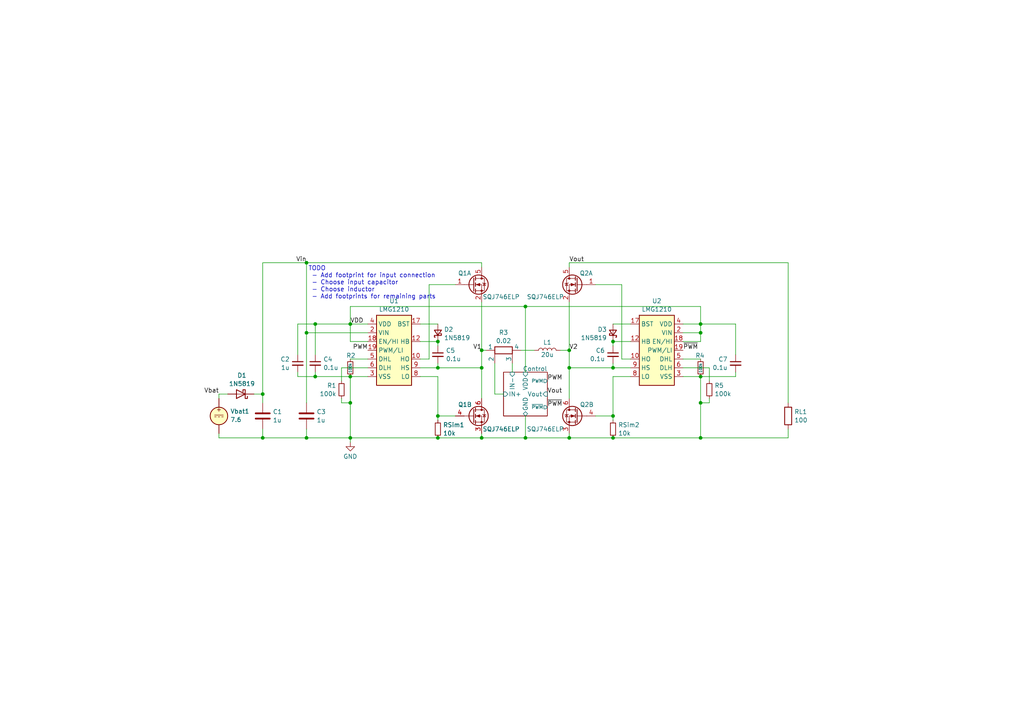
<source format=kicad_sch>
(kicad_sch (version 20240819) (generator "eeschema") (generator_version "8.99")
  (paper "A4")
  (lib_symbols
    (symbol "Device:C" (pin_numbers hide) (pin_names (offset 0.254))
      (property "Reference" "C" (at 0.635 2.54 0))
      (property "Value" "C" (at 0.635 -2.54 0))
      (symbol "C_0_1"
        (polyline (pts (xy -2.032 0.762) (xy 2.032 0.762)) (stroke (width 0.508)))
        (polyline (pts (xy -2.032 -0.762) (xy 2.032 -0.762)) (stroke (width 0.508)))
      )
      (symbol "C_1_1"
        (pin passive line (at 0 3.81 270) (length 2.794) (name "~") (number "1"))
        (pin passive line (at 0 -3.81 90) (length 2.794) (name "~") (number "2"))
      )
    )
    (symbol "Device:C_Small" (pin_numbers hide) (pin_names (offset 0.254) hide)
      (property "Reference" "C" (at 0.254 1.778 0))
      (property "Value" "C_Small" (at 0.254 -2.032 0))
      (symbol "C_Small_0_1"
        (polyline (pts (xy -1.524 0.508) (xy 1.524 0.508)) (stroke (width 0.3048)))
        (polyline (pts (xy -1.524 -0.508) (xy 1.524 -0.508)) (stroke (width 0.3302)))
      )
      (symbol "C_Small_1_1"
        (pin passive line (at 0 2.54 270) (length 2.032) (name "~") (number "1"))
        (pin passive line (at 0 -2.54 90) (length 2.032) (name "~") (number "2"))
      )
    )
    (symbol "Device:D_Schottky" (pin_numbers hide) (pin_names (offset 1.016) hide)
      (property "Reference" "D" (at 0 2.54 0))
      (property "Value" "D_Schottky" (at 0 -2.54 0))
      (symbol "D_Schottky_0_1"
        (polyline (pts (xy -1.905 0.635) (xy -1.905 1.27) (xy -1.27 1.27) (xy -1.27 -1.27) (xy -0.635 -1.27) (xy -0.635 -0.635)) (stroke (width 0.254)))
        (polyline (pts (xy 1.27 1.27) (xy 1.27 -1.27) (xy -1.27 0) (xy 1.27 1.27)) (stroke (width 0.254)))
        (polyline (pts (xy 1.27 0) (xy -1.27 0)))
      )
      (symbol "D_Schottky_1_1"
        (pin passive line (at -3.81 0 0) (length 2.54) (name "K") (number "1"))
        (pin passive line (at 3.81 0 180) (length 2.54) (name "A") (number "2"))
      )
    )
    (symbol "Device:D_Schottky_Small" (pin_numbers hide) (pin_names (offset 0.254) hide)
      (property "Reference" "D" (at -1.27 2.032 0))
      (property "Value" "D_Schottky_Small" (at -7.112 -2.032 0))
      (symbol "D_Schottky_Small_0_1"
        (polyline (pts (xy -1.27 0.762) (xy -1.27 1.016) (xy -0.762 1.016) (xy -0.762 -1.016) (xy -0.254 -1.016) (xy -0.254 -0.762)) (stroke (width 0.254)))
        (polyline (pts (xy -0.762 0) (xy 0.762 0)))
        (polyline (pts (xy 0.762 -1.016) (xy -0.762 0) (xy 0.762 1.016) (xy 0.762 -1.016)) (stroke (width 0.254)))
      )
      (symbol "D_Schottky_Small_1_1"
        (pin passive line (at -2.54 0 0) (length 1.778) (name "K") (number "1"))
        (pin passive line (at 2.54 0 180) (length 1.778) (name "A") (number "2"))
      )
    )
    (symbol "Device:L" (pin_numbers hide) (pin_names (offset 1.016) hide)
      (property "Reference" "L" (at -1.27 0 90))
      (property "Value" "L" (at 1.905 0 90))
      (symbol "L_0_1"
        (arc (start 0 2.54) (mid 0.6323 1.905) (end 0 1.27))
        (arc (start 0 1.27) (mid 0.6323 0.635) (end 0 0))
        (arc (start 0 0) (mid 0.6323 -0.635) (end 0 -1.27))
        (arc (start 0 -1.27) (mid 0.6323 -1.905) (end 0 -2.54))
      )
      (symbol "L_1_1"
        (pin passive line (at 0 3.81 270) (length 1.27) (name "1") (number "1"))
        (pin passive line (at 0 -3.81 90) (length 1.27) (name "2") (number "2"))
      )
    )
    (symbol "Device:R" (pin_numbers hide) (pin_names (offset 0))
      (property "Reference" "R" (at 2.032 0 90))
      (property "Value" "R" (at 0 0 90))
      (symbol "R_0_1"
        (rectangle (start -1.016 -2.54) (end 1.016 2.54) (stroke (width 0.254)))
      )
      (symbol "R_1_1"
        (pin passive line (at 0 3.81 270) (length 1.27) (name "~") (number "1"))
        (pin passive line (at 0 -3.81 90) (length 1.27) (name "~") (number "2"))
      )
    )
    (symbol "Device:R_Shunt" (pin_numbers hide) (pin_names (offset 0))
      (property "Reference" "R" (at -4.445 0 90))
      (property "Value" "R_Shunt" (at -2.54 0 90))
      (symbol "R_Shunt_0_1"
        (rectangle (start -1.016 -2.54) (end 1.016 2.54) (stroke (width 0.254)))
        (polyline (pts (xy 0 -2.54) (xy 1.27 -2.54)))
        (polyline (pts (xy 1.27 2.54) (xy 0 2.54)))
      )
      (symbol "R_Shunt_1_1"
        (pin passive line (at 0 5.08 270) (length 2.54) (name "1") (number "1"))
        (pin passive line (at 0 -5.08 90) (length 2.54) (name "4") (number "4"))
        (pin passive line (at 3.81 2.54 180) (length 2.54) (name "2") (number "2"))
        (pin passive line (at 3.81 -2.54 180) (length 2.54) (name "3") (number "3"))
      )
    )
    (symbol "Device:R_Small" (pin_numbers hide) (pin_names (offset 0.254) hide)
      (property "Reference" "R" (at 0.762 0.508 0))
      (property "Value" "R_Small" (at 0.762 -1.016 0))
      (symbol "R_Small_0_1"
        (rectangle (start -0.762 1.778) (end 0.762 -1.778) (stroke (width 0.2032)))
      )
      (symbol "R_Small_1_1"
        (pin passive line (at 0 2.54 270) (length 0.762) (name "~") (number "1"))
        (pin passive line (at 0 -2.54 90) (length 0.762) (name "~") (number "2"))
      )
    )
    (symbol "Simulation_SPICE:VDC" (pin_numbers hide) (pin_names (offset 0.0254))
      (property "Reference" "V" (at 2.54 2.54 0))
      (property "Value" "1" (at 2.54 0 0))
      (symbol "VDC_0_0"
        (polyline (pts (xy -1.27 0.254) (xy 1.27 0.254)))
        (polyline (pts (xy -0.762 -0.254) (xy -1.27 -0.254)))
        (polyline (pts (xy 0.254 -0.254) (xy -0.254 -0.254)))
        (polyline (pts (xy 1.27 -0.254) (xy 0.762 -0.254)))
        (text "+" (at 0 1.905 0) (effects (font (size 1.27 1.27))))
      )
      (symbol "VDC_0_1"
        (circle (center 0 0) (radius 2.54) (stroke (width 0.254)) (fill (type background)))
      )
      (symbol "VDC_1_1"
        (pin passive line (at 0 5.08 270) (length 2.54) (name "~") (number "1"))
        (pin passive line (at 0 -5.08 90) (length 2.54) (name "~") (number "2"))
      )
    )
    (symbol "pid-boost:LMG1210"
      (property "Reference" "U" (at 0 13.97 0))
      (property "Value" "LMG1210" (at 0 11.43 0))
      (symbol "LMG1210_0_1"
        (rectangle (start -5.08 -10.16) (end 5.08 10.16) (stroke (width 0.254)) (fill (type background)))
      )
      (symbol "LMG1210_1_1"
        (pin power_in line (at -7.62 7.62 0) (length 2.54) (name "VDD") (number "4"))
        (pin power_in line (at -7.62 5.08 0) (length 2.54) (name "VIN") (number "2"))
        (pin input line (at -7.62 2.54 0) (length 2.54) (name "EN/HI") (number "18"))
        (pin input line (at -7.62 0 0) (length 2.54) (name "PWM/LI") (number "19"))
        (pin input line (at -7.62 -2.54 0) (length 2.54) (name "DHL") (number "5"))
        (pin input line (at -7.62 -5.08 0) (length 2.54) (name "DLH") (number "6"))
        (pin power_in line (at -7.62 -7.62 0) (length 2.54) (name "VSS") (number "3"))
        (pin passive line (at -7.62 -7.62 0) (length 2.54) hide (name "VSS") (number "7"))
        (pin output line (at 7.62 7.62 180) (length 2.54) (name "BST") (number "17"))
        (pin passive line (at 7.62 2.54 180) (length 2.54) (name "HB") (number "12"))
        (pin output line (at 7.62 -2.54 180) (length 2.54) (name "HO") (number "10"))
        (pin passive line (at 7.62 -5.08 180) (length 2.54) hide (name "HS") (number "13"))
        (pin passive line (at 7.62 -5.08 180) (length 2.54) hide (name "HS") (number "16"))
        (pin passive line (at 7.62 -5.08 180) (length 2.54) (name "HS") (number "9"))
        (pin output line (at 7.62 -7.62 180) (length 2.54) (name "LO") (number "8"))
      )
    )
    (symbol "pid-boost:SQJ746ELP" (pin_names hide)
      (property "Reference" "Q" (at 5.08 1.905 0))
      (property "Value" "SQJ746ELP" (at 5.08 0 0))
      (symbol "SQJ746ELP_0_1"
        (polyline (pts (xy 0.254 1.905) (xy 0.254 -1.905)) (stroke (width 0.254)))
        (polyline (pts (xy 0.254 0) (xy -2.54 0)))
        (polyline (pts (xy 0.762 2.286) (xy 0.762 1.27)) (stroke (width 0.254)))
        (polyline (pts (xy 0.762 0.508) (xy 0.762 -0.508)) (stroke (width 0.254)))
        (polyline (pts (xy 0.762 -1.27) (xy 0.762 -2.286)) (stroke (width 0.254)))
        (polyline (pts (xy 0.762 -1.778) (xy 3.302 -1.778) (xy 3.302 1.778) (xy 0.762 1.778)))
        (polyline (pts (xy 1.016 0) (xy 2.032 0.381) (xy 2.032 -0.381) (xy 1.016 0)) (fill (type outline)))
        (circle (center 1.651 0) (radius 2.794) (stroke (width 0.254)))
        (polyline (pts (xy 2.54 2.54) (xy 2.54 1.778)))
        (circle (center 2.54 1.778) (radius 0.254) (fill (type outline)))
        (circle (center 2.54 -1.778) (radius 0.254) (fill (type outline)))
        (polyline (pts (xy 2.54 -2.54) (xy 2.54 0) (xy 0.762 0)))
        (polyline (pts (xy 2.794 0.508) (xy 2.921 0.381) (xy 3.683 0.381) (xy 3.81 0.254)))
        (polyline (pts (xy 3.302 0.381) (xy 2.921 -0.254) (xy 3.683 -0.254) (xy 3.302 0.381)))
      )
      (symbol "SQJ746ELP_1_1"
        (pin passive line (at -5.08 0 0) (length 2.54) (name "G1") (number "1"))
        (pin passive line (at 2.54 5.08 270) (length 2.54) (name "D1") (number "5"))
        (pin passive line (at 2.54 -5.08 90) (length 2.54) (name "S1") (number "2"))
      )
      (symbol "SQJ746ELP_2_1"
        (pin passive line (at -5.08 0 0) (length 2.54) (name "G2") (number "4"))
        (pin passive line (at 2.54 5.08 270) (length 2.54) (name "D2") (number "6"))
        (pin passive line (at 2.54 -5.08 90) (length 2.54) (name "S2") (number "3"))
      )
    )
    (symbol "power:GND" (power) (pin_numbers hide) (pin_names (offset 0) hide)
      (property "Value" "GND" (at 0 -3.81 0))
      (symbol "GND_0_1"
        (polyline (pts (xy 0 0) (xy 0 -1.27) (xy 1.27 -1.27) (xy 0 -2.54) (xy -1.27 -1.27) (xy 0 -1.27)))
      )
      (symbol "GND_1_1"
        (pin power_in line (at 0 0 270) (length 0) (name "~") (number "1"))
      )
    )
  )
  (text "TODO\n - Add footprint for input connection\n - Choose input capacitor\n - Choose inductor\n - Add footprints for remaining parts" (at 89.408 82.042 0) (effects (font (size 1.27 1.27)) (justify left)))
  (junction (at 88.9 96.52))
  (junction (at 203.2 96.52))
  (junction (at 76.2 114.3))
  (junction (at 165.1 101.6))
  (junction (at 101.6 116.84))
  (junction (at 177.8 127))
  (junction (at 91.44 93.98))
  (junction (at 177.8 99.06))
  (junction (at 203.2 116.84))
  (junction (at 139.7 101.6))
  (junction (at 152.4 127))
  (junction (at 101.6 109.22))
  (junction (at 127 127))
  (junction (at 203.2 109.22))
  (junction (at 139.7 127))
  (junction (at 203.2 93.98))
  (junction (at 88.9 127))
  (junction (at 76.2 127))
  (junction (at 88.9 76.2))
  (junction (at 101.6 127))
  (junction (at 139.7 106.68))
  (junction (at 91.44 109.22))
  (junction (at 177.8 120.65))
  (junction (at 152.4 88.9))
  (junction (at 165.1 127))
  (junction (at 203.2 127))
  (junction (at 127 120.65))
  (junction (at 127 106.68))
  (junction (at 177.8 106.68))
  (junction (at 127 99.06))
  (junction (at 165.1 106.68))
  (junction (at 101.6 93.98))
  (wire (pts (xy 88.9 96.52) (xy 88.9 116.84)))
  (wire (pts (xy 152.4 120.65) (xy 152.4 127)))
  (wire (pts (xy 76.2 114.3) (xy 73.66 114.3)))
  (wire (pts (xy 121.92 109.22) (xy 127 109.22)))
  (wire (pts (xy 143.51 105.41) (xy 143.51 114.3)))
  (wire (pts (xy 177.8 109.22) (xy 177.8 120.65)))
  (wire (pts (xy 205.74 106.68) (xy 205.74 110.49)))
  (wire (pts (xy 86.36 93.98) (xy 91.44 93.98)))
  (wire (pts (xy 127 120.65) (xy 132.08 120.65)))
  (wire (pts (xy 177.8 99.06) (xy 177.8 100.33)))
  (wire (pts (xy 101.6 93.98) (xy 101.6 88.9)))
  (wire (pts (xy 165.1 106.68) (xy 165.1 115.57)))
  (wire (pts (xy 148.59 105.41) (xy 148.59 107.95)))
  (wire (pts (xy 88.9 127) (xy 101.6 127)))
  (wire (pts (xy 165.1 125.73) (xy 165.1 127)))
  (wire (pts (xy 205.74 106.68) (xy 198.12 106.68)))
  (wire (pts (xy 205.74 116.84) (xy 205.74 115.57)))
  (wire (pts (xy 106.68 93.98) (xy 101.6 93.98)))
  (wire (pts (xy 165.1 101.6) (xy 162.56 101.6)))
  (wire (pts (xy 182.88 109.22) (xy 177.8 109.22)))
  (wire (pts (xy 101.6 88.9) (xy 152.4 88.9)))
  (wire (pts (xy 121.92 93.98) (xy 127 93.98)))
  (wire (pts (xy 127 105.41) (xy 127 106.68)))
  (wire (pts (xy 139.7 101.6) (xy 139.7 106.68)))
  (wire (pts (xy 198.12 104.14) (xy 203.2 104.14)))
  (wire (pts (xy 101.6 127) (xy 127 127)))
  (wire (pts (xy 121.92 106.68) (xy 127 106.68)))
  (wire (pts (xy 143.51 114.3) (xy 146.05 114.3)))
  (wire (pts (xy 198.12 96.52) (xy 203.2 96.52)))
  (wire (pts (xy 63.5 114.3) (xy 66.04 114.3)))
  (wire (pts (xy 139.7 106.68) (xy 139.7 115.57)))
  (wire (pts (xy 99.06 106.68) (xy 99.06 110.49)))
  (wire (pts (xy 139.7 87.63) (xy 139.7 101.6)))
  (wire (pts (xy 101.6 127) (xy 101.6 128.27)))
  (wire (pts (xy 63.5 127) (xy 76.2 127)))
  (wire (pts (xy 91.44 109.22) (xy 101.6 109.22)))
  (wire (pts (xy 76.2 76.2) (xy 76.2 114.3)))
  (wire (pts (xy 127 127) (xy 139.7 127)))
  (wire (pts (xy 205.74 116.84) (xy 203.2 116.84)))
  (wire (pts (xy 127 106.68) (xy 139.7 106.68)))
  (wire (pts (xy 124.46 82.55) (xy 124.46 104.14)))
  (wire (pts (xy 124.46 82.55) (xy 132.08 82.55)))
  (wire (pts (xy 165.1 101.6) (xy 165.1 106.68)))
  (wire (pts (xy 203.2 99.06) (xy 198.12 99.06)))
  (wire (pts (xy 99.06 116.84) (xy 101.6 116.84)))
  (wire (pts (xy 127 99.06) (xy 127 100.33)))
  (wire (pts (xy 177.8 120.65) (xy 177.8 121.92)))
  (wire (pts (xy 203.2 93.98) (xy 213.36 93.98)))
  (wire (pts (xy 152.4 88.9) (xy 203.2 88.9)))
  (wire (pts (xy 101.6 93.98) (xy 101.6 99.06)))
  (wire (pts (xy 203.2 109.22) (xy 203.2 116.84)))
  (wire (pts (xy 88.9 76.2) (xy 88.9 96.52)))
  (wire (pts (xy 91.44 93.98) (xy 91.44 102.87)))
  (wire (pts (xy 213.36 93.98) (xy 213.36 102.87)))
  (wire (pts (xy 139.7 127) (xy 152.4 127)))
  (wire (pts (xy 177.8 105.41) (xy 177.8 106.68)))
  (wire (pts (xy 228.6 124.46) (xy 228.6 127)))
  (wire (pts (xy 177.8 106.68) (xy 165.1 106.68)))
  (wire (pts (xy 139.7 125.73) (xy 139.7 127)))
  (wire (pts (xy 101.6 104.14) (xy 106.68 104.14)))
  (wire (pts (xy 154.94 101.6) (xy 151.13 101.6)))
  (wire (pts (xy 198.12 93.98) (xy 203.2 93.98)))
  (wire (pts (xy 165.1 87.63) (xy 165.1 101.6)))
  (wire (pts (xy 177.8 127) (xy 165.1 127)))
  (wire (pts (xy 203.2 96.52) (xy 203.2 99.06)))
  (wire (pts (xy 182.88 106.68) (xy 177.8 106.68)))
  (wire (pts (xy 203.2 109.22) (xy 213.36 109.22)))
  (wire (pts (xy 165.1 76.2) (xy 228.6 76.2)))
  (wire (pts (xy 152.4 107.95) (xy 152.4 88.9)))
  (wire (pts (xy 140.97 101.6) (xy 139.7 101.6)))
  (wire (pts (xy 91.44 107.95) (xy 91.44 109.22)))
  (wire (pts (xy 99.06 116.84) (xy 99.06 115.57)))
  (wire (pts (xy 139.7 76.2) (xy 88.9 76.2)))
  (wire (pts (xy 127 109.22) (xy 127 120.65)))
  (wire (pts (xy 91.44 93.98) (xy 101.6 93.98)))
  (wire (pts (xy 203.2 116.84) (xy 203.2 127)))
  (wire (pts (xy 76.2 127) (xy 88.9 127)))
  (wire (pts (xy 88.9 127) (xy 88.9 124.46)))
  (wire (pts (xy 203.2 88.9) (xy 203.2 93.98)))
  (wire (pts (xy 165.1 76.2) (xy 165.1 77.47)))
  (wire (pts (xy 63.5 125.73) (xy 63.5 127)))
  (wire (pts (xy 182.88 99.06) (xy 177.8 99.06)))
  (wire (pts (xy 139.7 77.47) (xy 139.7 76.2)))
  (wire (pts (xy 177.8 127) (xy 203.2 127)))
  (wire (pts (xy 63.5 114.3) (xy 63.5 115.57)))
  (wire (pts (xy 99.06 106.68) (xy 106.68 106.68)))
  (wire (pts (xy 101.6 116.84) (xy 101.6 127)))
  (wire (pts (xy 76.2 116.84) (xy 76.2 114.3)))
  (wire (pts (xy 177.8 120.65) (xy 172.72 120.65)))
  (wire (pts (xy 86.36 93.98) (xy 86.36 102.87)))
  (wire (pts (xy 86.36 109.22) (xy 86.36 107.95)))
  (wire (pts (xy 127 120.65) (xy 127 121.92)))
  (wire (pts (xy 88.9 96.52) (xy 106.68 96.52)))
  (wire (pts (xy 180.34 82.55) (xy 172.72 82.55)))
  (wire (pts (xy 101.6 109.22) (xy 106.68 109.22)))
  (wire (pts (xy 180.34 82.55) (xy 180.34 104.14)))
  (wire (pts (xy 182.88 93.98) (xy 177.8 93.98)))
  (wire (pts (xy 203.2 93.98) (xy 203.2 96.52)))
  (wire (pts (xy 88.9 76.2) (xy 76.2 76.2)))
  (wire (pts (xy 101.6 109.22) (xy 101.6 116.84)))
  (wire (pts (xy 121.92 104.14) (xy 124.46 104.14)))
  (wire (pts (xy 228.6 127) (xy 203.2 127)))
  (wire (pts (xy 182.88 104.14) (xy 180.34 104.14)))
  (wire (pts (xy 198.12 109.22) (xy 203.2 109.22)))
  (wire (pts (xy 101.6 99.06) (xy 106.68 99.06)))
  (wire (pts (xy 121.92 99.06) (xy 127 99.06)))
  (wire (pts (xy 91.44 109.22) (xy 86.36 109.22)))
  (wire (pts (xy 228.6 76.2) (xy 228.6 116.84)))
  (wire (pts (xy 213.36 109.22) (xy 213.36 107.95)))
  (wire (pts (xy 76.2 124.46) (xy 76.2 127)))
  (wire (pts (xy 152.4 127) (xy 165.1 127)))
  (label "PWM" (at 158.75 110.49 0))
  (label "Vout" (at 158.75 114.3 0))
  (label "Vin" (at 88.9 76.2 180))
  (label "V1" (at 139.7 101.6 180))
  (label "PWM" (at 106.68 101.6 180))
  (label "V2" (at 165.1 101.6 0))
  (label "Vout" (at 165.1 76.2 0))
  (label "VDD" (at 101.6 93.98 0))
  (label "~{PWM}" (at 198.12 101.6 0))
  (label "Vbat" (at 63.5 114.3 180))
  (label "~{PWM}" (at 158.75 118.11 0))
  (symbol (lib_id "Device:R_Small") (at 177.8 124.46 0) (mirror y) (unit 1) (in_bom no) (on_board no)
    (property "Reference" "RSim2" (at 179.2986 123.2478 0) (effects (justify right)))
    (property "Value" "10k" (at 179.2986 125.6721 0) (effects (justify right)))
    (property "Description" "Resistor, small symbol" (effects (hide yes)))
  )
  (symbol (lib_id "Device:R") (at 228.6 120.65 0) (unit 1) (in_bom no) (on_board no)
    (property "Reference" "RL1" (at 230.378 119.4378 0) (effects (justify left)))
    (property "Value" "100" (at 230.378 121.8621 0) (effects (justify left)))
    (property "Description" "Resistor" (effects (hide yes)))
  )
  (symbol (lib_id "Device:D_Schottky") (at 69.85 114.3 180) (unit 1)
    (property "Reference" "D1" (at 70.1675 108.8855 0))
    (property "Value" "1N5819" (at 70.1675 111.3098 0))
    (property "Description" "Schottky diode" (effects (hide yes)))
    (property "Sim.Device" "D" (effects (hide yes)))
    (property "Sim.Library" "1N5819.spice.txt" (effects (hide yes)))
    (property "Sim.Name" "DI_1N5819" (effects (hide yes)))
    (property "Sim.Params" "is=390n rs=0.115 n=1.70 tt=4.32u cjo=203p m=0.333 bv=40.0 ibv=1m" (effects (hide yes)))
    (property "Sim.Pins" "1=A 2=K" (effects (hide yes)))
  )
  (symbol (lib_id "Device:C") (at 88.9 120.65 0) (unit 1)
    (property "Reference" "C3" (at 91.821 119.4378 0) (effects (justify left)))
    (property "Value" "1u" (at 91.821 121.8621 0) (effects (justify left)))
    (property "Description" "Unpolarized capacitor" (effects (hide yes)))
  )
  (symbol (lib_id "Device:L") (at 158.75 101.6 90) (unit 1)
    (property "Reference" "L1" (at 158.75 99.314 90))
    (property "Value" "20u" (at 158.75 102.87 90))
    (property "Description" "Inductor" (effects (hide yes)))
  )
  (symbol (lib_id "Device:R_Small") (at 99.06 113.03 0) (mirror x) (unit 1)
    (property "Reference" "R1" (at 97.5614 111.8178 0) (effects (justify right)))
    (property "Value" "100k" (at 97.5614 114.2421 0) (effects (justify right)))
    (property "Description" "Resistor, small symbol" (effects (hide yes)))
  )
  (symbol (lib_id "Device:C_Small") (at 127 102.87 0) (unit 1)
    (property "Reference" "C5" (at 129.3241 101.6641 0) (effects (justify left)))
    (property "Value" "0.1u" (at 129.3241 104.0884 0) (effects (justify left)))
    (property "Description" "Unpolarized capacitor, small symbol" (effects (hide yes)))
  )
  (symbol (lib_id "Device:R_Small") (at 127 124.46 0) (unit 1) (in_bom no) (on_board no)
    (property "Reference" "RSim1" (at 128.4986 123.2478 0) (effects (justify left)))
    (property "Value" "10k" (at 128.4986 125.6721 0) (effects (justify left)))
    (property "Description" "Resistor, small symbol" (effects (hide yes)))
  )
  (symbol (lib_id "Device:R_Small") (at 101.6 106.68 0) (mirror y) (unit 1)
    (property "Reference" "R2" (at 103.124 103.124 0) (effects (justify left)))
    (property "Value" "100k" (at 101.6 108.204 90) (effects (font (size 0.762 0.762)) (justify left)))
    (property "Description" "Resistor, small symbol" (effects (hide yes)))
  )
  (symbol (lib_id "Device:C_Small") (at 213.36 105.41 0) (unit 1)
    (property "Reference" "C7" (at 211.0359 104.2041 0) (effects (justify right)))
    (property "Value" "0.1u" (at 211.0359 106.6284 0) (effects (justify right)))
    (property "Description" "Unpolarized capacitor, small symbol" (effects (hide yes)))
  )
  (symbol (lib_id "pid-boost:SQJ746ELP") (at 167.64 120.65 0) (mirror y) (unit 2)
    (property "Reference" "Q2" (at 172.212 117.348 0) (effects (justify left)))
    (property "Value" "SQJ746ELP" (at 163.576 124.46 0) (effects (justify left)))
    (property "Footprint" "Package_SO:PowerPAK_SO-8_Dual" (effects (hide yes)))
    (property "Datasheet" "https://www.vishay.com/docs/62293/sqj746elp.pdf" (effects (hide yes)))
    (property "Description" "Automotive Dual N-Channel 40 V (D-S) 175 °C MOSFET" (effects (hide yes)))
    (property "Sim.Library" "sqj476.cir" (effects (hide yes)))
    (property "Sim.Name" "SQJ476ELP" (effects (hide yes)))
    (property "Sim.Device" "SUBCKT" (effects (hide yes)))
    (property "Sim.Pins" "1=G1 2=S1 3=S2 4=G2 5=D1 6=D2" (effects (hide yes)))
  )
  (symbol (lib_id "Device:R_Shunt") (at 146.05 101.6 90) (mirror x) (unit 1)
    (property "Reference" "R3" (at 146.05 96.4395 90))
    (property "Value" "0.02" (at 146.05 98.8638 90))
    (property "Description" "Shunt resistor" (effects (hide yes)))
  )
  (symbol (lib_id "Device:D_Schottky_Small") (at 127 96.52 90) (unit 1)
    (property "Reference" "D2" (at 128.778 95.5618 90) (effects (justify right)))
    (property "Value" "1N5819" (at 128.778 97.9861 90) (effects (justify right)))
    (property "Description" "Schottky diode, small symbol" (effects (hide yes)))
    (property "Sim.Device" "D" (effects (hide yes)))
    (property "Sim.Library" "1N5819.spice.txt" (effects (hide yes)))
    (property "Sim.Name" "DI_1N5819" (effects (hide yes)))
    (property "Sim.Params" "is=390n rs=0.115 n=1.70 tt=4.32u cjo=203p m=0.333 bv=40.0 ibv=1m" (effects (hide yes)))
    (property "Sim.Pins" "1=A 2=K" (effects (hide yes)))
  )
  (symbol (lib_id "Device:D_Schottky_Small") (at 177.8 96.52 270) (mirror x) (unit 1)
    (property "Reference" "D3" (at 176.022 95.5618 90) (effects (justify right)))
    (property "Value" "1N5819" (at 176.022 97.9861 90) (effects (justify right)))
    (property "Description" "Schottky diode, small symbol" (effects (hide yes)))
    (property "Sim.Device" "D" (effects (hide yes)))
    (property "Sim.Library" "1N5819.spice.txt" (effects (hide yes)))
    (property "Sim.Name" "DI_1N5819" (effects (hide yes)))
    (property "Sim.Params" "is=390n rs=0.115 n=1.70 tt=4.32u cjo=203p m=0.333 bv=40.0 ibv=1m" (effects (hide yes)))
    (property "Sim.Pins" "1=A 2=K" (effects (hide yes)))
  )
  (symbol (lib_id "Device:R_Small") (at 205.74 113.03 180) (unit 1)
    (property "Reference" "R5" (at 207.2386 111.8178 0) (effects (justify right)))
    (property "Value" "100k" (at 207.2386 114.2421 0) (effects (justify right)))
    (property "Description" "Resistor, small symbol" (effects (hide yes)))
  )
  (symbol (lib_id "Simulation_SPICE:VDC") (at 63.5 120.65 0) (unit 1) (in_bom no) (on_board no)
    (property "Reference" "Vbat1" (at 66.802 119.308 0) (effects (justify left)))
    (property "Value" "7.6" (at 66.802 121.7323 0) (effects (justify left)))
    (property "Datasheet" "https://ngspice.sourceforge.io/docs/ngspice-html-manual/manual.xhtml#sec_Independent_Sources_for" (effects (hide yes)))
    (property "Description" "Voltage source, DC" (effects (hide yes)))
    (property "Sim.Pins" "1=+ 2=-" (effects (hide yes)))
    (property "Sim.Type" "DC" (effects (hide yes)))
    (property "Sim.Device" "V" (effects (hide yes)))
  )
  (symbol (lib_id "Device:C") (at 76.2 120.65 0) (unit 1)
    (property "Reference" "C1" (at 79.121 119.4378 0) (effects (justify left)))
    (property "Value" "1u" (at 79.121 121.8621 0) (effects (justify left)))
    (property "Description" "Unpolarized capacitor" (effects (hide yes)))
  )
  (symbol (lib_id "pid-boost:SQJ746ELP") (at 137.16 82.55 0) (unit 1)
    (property "Reference" "Q1" (at 132.842 79.248 0) (effects (justify left)))
    (property "Value" "SQJ746ELP" (at 139.954 86.106 0) (effects (justify left)))
    (property "Footprint" "Package_SO:PowerPAK_SO-8_Dual" (effects (hide yes)))
    (property "Datasheet" "https://www.vishay.com/docs/62293/sqj746elp.pdf" (effects (hide yes)))
    (property "Description" "Automotive Dual N-Channel 40 V (D-S) 175 °C MOSFET" (effects (hide yes)))
    (property "Sim.Library" "sqj476.cir" (effects (hide yes)))
    (property "Sim.Name" "SQJ476ELP" (effects (hide yes)))
    (property "Sim.Device" "SUBCKT" (effects (hide yes)))
    (property "Sim.Pins" "1=G1 2=S1 3=S2 4=G2 5=D1 6=D2" (effects (hide yes)))
  )
  (symbol (lib_id "Device:C_Small") (at 91.44 105.41 0) (unit 1)
    (property "Reference" "C4" (at 93.7641 104.2041 0) (effects (justify left)))
    (property "Value" "0.1u" (at 93.7641 106.6284 0) (effects (justify left)))
    (property "Description" "Unpolarized capacitor, small symbol" (effects (hide yes)))
  )
  (symbol (lib_id "Device:C_Small") (at 86.36 105.41 0) (mirror y) (unit 1)
    (property "Reference" "C2" (at 84.0359 104.2041 0) (effects (justify left)))
    (property "Value" "1u" (at 84.0359 106.6284 0) (effects (justify left)))
    (property "Description" "Unpolarized capacitor, small symbol" (effects (hide yes)))
  )
  (symbol (lib_id "Device:C_Small") (at 177.8 102.87 0) (unit 1)
    (property "Reference" "C6" (at 175.4759 101.6641 0) (effects (justify right)))
    (property "Value" "0.1u" (at 175.4759 104.0884 0) (effects (justify right)))
    (property "Description" "Unpolarized capacitor, small symbol" (effects (hide yes)))
  )
  (symbol (lib_id "Device:R_Small") (at 203.2 106.68 0) (unit 1)
    (property "Reference" "R4" (at 201.676 103.124 0) (effects (justify left)))
    (property "Value" "100k" (at 203.2 108.204 90) (effects (font (size 0.762 0.762)) (justify left)))
    (property "Description" "Resistor, small symbol" (effects (hide yes)))
  )
  (symbol (lib_id "power:GND") (at 101.6 128.27 0) (unit 1)
    (property "Reference" "#PWR01" (effects (hide yes)))
    (property "Value" "GND" (at 101.6 132.4031 0))
    (property "Description" "Power symbol creates a global label with name \"GND\" , ground" (effects (hide yes)))
  )
  (symbol (lib_id "pid-boost:LMG1210") (at 190.5 101.6 0) (mirror y) (unit 1)
    (property "Reference" "U2" (at 190.5 87.2955 0))
    (property "Value" "LMG1210" (at 190.5 89.7198 0))
    (property "Datasheet" "https://www.ti.com/lit/ds/symlink/lmg1210.pdf" (effects (hide yes)))
    (property "Description" "Half-Bridge Gate Driver, Output Current 1.5A, 200V, WQFN-19" (effects (hide yes)))
    (property "Sim.Library" "LMG1210_TRANS.lib" (effects (hide yes)))
    (property "Sim.Name" "LMG1210" (effects (hide yes)))
    (property "Sim.Device" "SUBCKT" (effects (hide yes)))
    (property "Sim.Pins" "12=HB 10=HO 19=PWM_LI 9=HS_0 9=HS_1 13=HS_2 16=HS_3 7=HS_DAP 7=LS_DAP 2=VIN 8=LO 5=DHL 6=DLH 4=VCC 3=VSS_0 7=VSS_1 18=EN_HI 9=NC_0 9=NC_1 9=NC_2 17=BST" (effects (hide yes)))
  )
  (symbol (lib_id "pid-boost:SQJ746ELP") (at 137.16 120.65 0) (unit 2)
    (property "Reference" "Q1" (at 132.842 117.348 0) (effects (justify left)))
    (property "Value" "SQJ746ELP" (at 139.954 124.46 0) (effects (justify left)))
    (property "Footprint" "Package_SO:PowerPAK_SO-8_Dual" (effects (hide yes)))
    (property "Datasheet" "https://www.vishay.com/docs/62293/sqj746elp.pdf" (effects (hide yes)))
    (property "Description" "Automotive Dual N-Channel 40 V (D-S) 175 °C MOSFET" (effects (hide yes)))
    (property "Sim.Library" "sqj476.cir" (effects (hide yes)))
    (property "Sim.Name" "SQJ476ELP" (effects (hide yes)))
    (property "Sim.Device" "SUBCKT" (effects (hide yes)))
    (property "Sim.Pins" "1=G1 2=S1 3=S2 4=G2 5=D1 6=D2" (effects (hide yes)))
  )
  (symbol (lib_id "pid-boost:LMG1210") (at 114.3 101.6 0) (unit 1)
    (property "Reference" "U1" (at 114.3 87.2955 0))
    (property "Value" "LMG1210" (at 114.3 89.7198 0))
    (property "Datasheet" "https://www.ti.com/lit/ds/symlink/lmg1210.pdf" (effects (hide yes)))
    (property "Description" "Half-Bridge Gate Driver, Output Current 1.5A, 200V, WQFN-19" (effects (hide yes)))
    (property "Sim.Library" "LMG1210_TRANS.lib" (effects (hide yes)))
    (property "Sim.Name" "LMG1210" (effects (hide yes)))
    (property "Sim.Device" "SUBCKT" (effects (hide yes)))
    (property "Sim.Pins" "12=HB 10=HO 19=PWM_LI 9=HS_0 9=HS_1 13=HS_2 16=HS_3 7=HS_DAP 7=LS_DAP 2=VIN 8=LO 5=DHL 6=DLH 4=VCC 3=VSS_0 7=VSS_1 18=EN_HI 9=NC_0 9=NC_1 9=NC_2 17=BST" (effects (hide yes)))
  )
  (symbol (lib_id "pid-boost:SQJ746ELP") (at 167.64 82.55 0) (mirror y) (unit 1)
    (property "Reference" "Q2" (at 171.958 79.248 0) (effects (justify left)))
    (property "Value" "SQJ746ELP" (at 163.576 86.106 0) (effects (justify left)))
    (property "Footprint" "Package_SO:PowerPAK_SO-8_Dual" (effects (hide yes)))
    (property "Datasheet" "https://www.vishay.com/docs/62293/sqj746elp.pdf" (effects (hide yes)))
    (property "Description" "Automotive Dual N-Channel 40 V (D-S) 175 °C MOSFET" (effects (hide yes)))
    (property "Sim.Library" "sqj476.cir" (effects (hide yes)))
    (property "Sim.Name" "SQJ476ELP" (effects (hide yes)))
    (property "Sim.Device" "SUBCKT" (effects (hide yes)))
    (property "Sim.Pins" "1=G1 2=S1 3=S2 4=G2 5=D1 6=D2" (effects (hide yes)))
  )
  (sheet (at 146.05 107.95) (size 12.7 12.7) (stroke (width 0.1524))
    (property "Sheetname" "Control" (at 158.75 107.696 0) (effects (justify right bottom)))
    (property "Sheetfile" "control.kicad_sch" (effects (hide yes)))
    (pin "IN-" input (at 148.59 107.95 90))
    (pin "IN+" input (at 146.05 114.3 180))
    (pin "PWM" output (at 158.75 110.49 0) (effects (font (size 1 1))))
    (pin "~{PWM}" output (at 158.75 118.11 0) (effects (font (size 1 1))))
    (pin "GND" bidirectional (at 152.4 120.65 270))
    (pin "VDD" input (at 152.4 107.95 90))
    (pin "Vout" input (at 158.75 114.3 0))
  )
)
</source>
